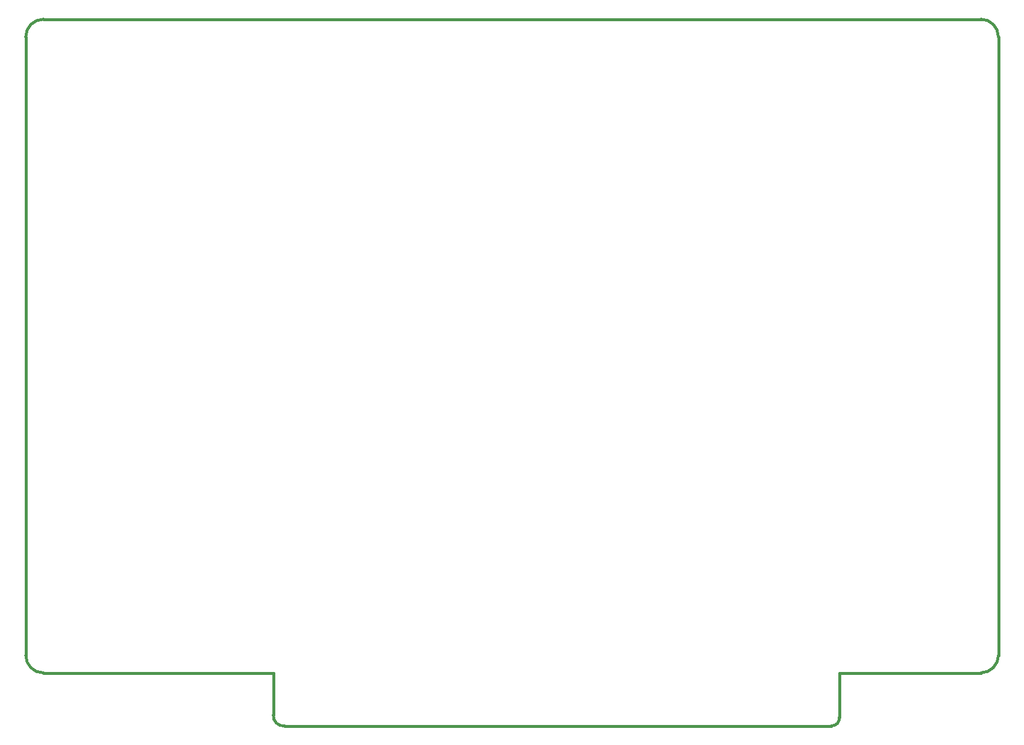
<source format=gm1>
%TF.GenerationSoftware,KiCad,Pcbnew,7.0.10*%
%TF.CreationDate,2024-10-23T16:42:54+13:00*%
%TF.ProjectId,isa_monster_fdc,6973615f-6d6f-46e7-9374-65725f666463,1.0*%
%TF.SameCoordinates,Original*%
%TF.FileFunction,Profile,NP*%
%FSLAX46Y46*%
G04 Gerber Fmt 4.6, Leading zero omitted, Abs format (unit mm)*
G04 Created by KiCad (PCBNEW 7.0.10) date 2024-10-23 16:42:54*
%MOMM*%
%LPD*%
G01*
G04 APERTURE LIST*
%TA.AperFunction,Profile*%
%ADD10C,0.381000*%
%TD*%
G04 APERTURE END LIST*
D10*
X71120000Y-139700000D02*
G75*
G03*
X73660000Y-142240000I2540000J0D01*
G01*
X186833719Y-149859920D02*
G75*
G03*
X187960298Y-148589701I40681J1098620D01*
G01*
X208280000Y-142240000D02*
G75*
G03*
X210820000Y-139700000I0J2540000D01*
G01*
X106679972Y-148252754D02*
G75*
G03*
X108331077Y-149860000I1474228J-137246D01*
G01*
X73660000Y-48260000D02*
X208280000Y-48260000D01*
X108331000Y-149860000D02*
X186840000Y-149860000D01*
X73660000Y-142240000D02*
X106680000Y-142240000D01*
X187960000Y-142240000D02*
X208280000Y-142240000D01*
X73660000Y-48260000D02*
G75*
G03*
X71120000Y-50800000I0J-2540000D01*
G01*
X106680000Y-142240000D02*
X106680000Y-148260000D01*
X71120000Y-139700000D02*
X71120000Y-50800000D01*
X210820000Y-50800000D02*
G75*
G03*
X208280000Y-48260000I-2540000J0D01*
G01*
X210820000Y-50800000D02*
X210820000Y-139700000D01*
X187960000Y-142240000D02*
X187960000Y-148590000D01*
M02*

</source>
